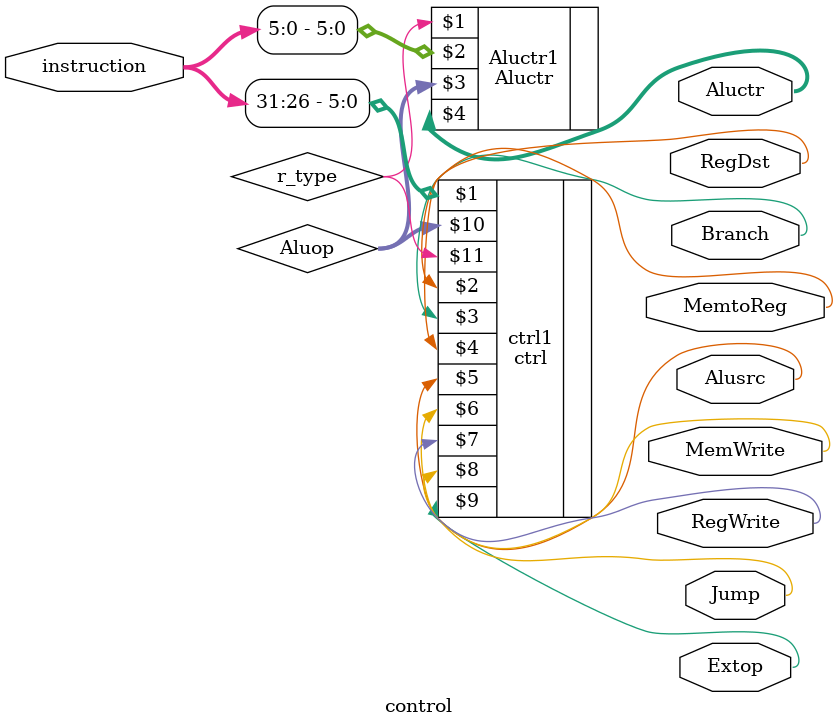
<source format=v>
`timescale 1ns / 1ps


module control(
    input [31:0]instruction,
    output RegDst,
    Branch,
    MemtoReg,
    Alusrc,
    MemWrite,
    RegWrite,
    Jump,
    Extop,
    output [2:0]Aluctr
    );
    wire [1:0]Aluop;
    wire r_type;
    ctrl ctrl1(instruction[31:26],
    RegDst,
    Branch,
    MemtoReg,
    Alusrc,
    MemWrite,
    RegWrite,
    Jump,
    Extop,
    Aluop,
    r_type);
    Aluctr Aluctr1(r_type,instruction[5:0],Aluop,Aluctr);
endmodule

</source>
